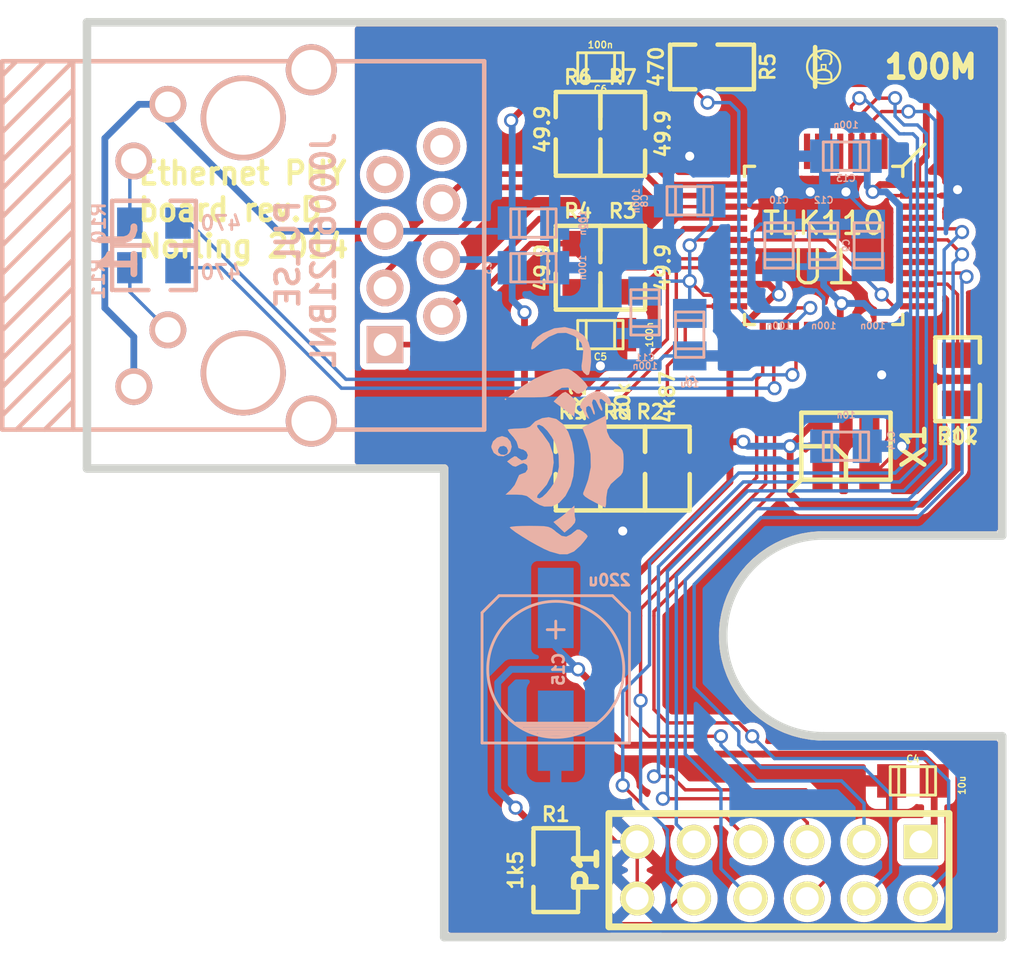
<source format=kicad_pcb>
(kicad_pcb (version 20221018) (generator pcbnew)
  (layers (0 "F.Cu" signal "Front") (31 "B.Cu" signal "Back") (34 "B.Paste" user) (35 "F.Paste" user) (36 "B.SilkS" user) (37 "F.SilkS" user) (38 "B.Mask" user) (39 "F.Mask" user) (44 "Edge.Cuts" user))
  (net 0 "")
  (net 1 "+3.3V")
  (net 2 "/ETH_CLK")
  (net 3 "/ETH_CRS")
  (net 4 "/ETH_MDC")
  (net 5 "/ETH_MDIO")
  (net 6 "/ETH_RxD0")
  (net 7 "/ETH_RxD1")
  (net 8 "/ETH_TX_EN")
  (net 9 "/ETH_TxD0")
  (net 10 "/ETH_TxD1")
  (net 11 "/LED1")
  (net 12 "/LED2")
  (net 13 "/LED3")
  (net 14 "/OSC")
  (net 15 "/PFB")
  (net 16 "/RD+")
  (net 17 "/RD-")
  (net 18 "/RMII_MODE")
  (net 19 "/TD+")
  (net 20 "/TD-")
  (net 21 "GND")
  (net 22 "N-0000029")
  (net 23 "N-0000031")
  (net 24 "N-0000034")
  (net 25 "N-0000037")
  (net 26 "N-0000038")
  (net 27 "N-0000039")
  (footprint "c_0805" (layer "F.Cu") (at 172 42 180)
    (fp_text reference "C5")
    (fp_text value "100n")
  )
  (footprint "c_0805" (layer "F.Cu") (at 172 30 180)
    (fp_text reference "C6")
    (fp_text value "100n")
  )
  (footprint "SM0805-jonas" (layer "F.Cu") (at 170 66 90)
    (fp_text reference "R1")
    (fp_text value "1k5")
  )
  (footprint "SM0805-jonas" (layer "F.Cu") (at 175 48 -90)
    (fp_text reference "R2")
    (fp_text value "4k87")
  )
  (footprint "SM0805-jonas" (layer "F.Cu") (at 173 39 90)
    (fp_text reference "R3")
    (fp_text value "49.9")
  )
  (footprint "SM0805-jonas" (layer "F.Cu") (at 171 39 -90)
    (fp_text reference "R4")
    (fp_text value "49.9")
  )
  (footprint "SM0805-jonas" (layer "F.Cu") (at 177 30)
    (fp_text reference "R5")
    (fp_text value "470")
  )
  (footprint "SM0805-jonas" (layer "F.Cu") (at 173 48 -90)
    (fp_text reference "R8")
    (fp_text value "20k")
  )
  (footprint "SM0805-jonas" (layer "F.Cu") (at 171 33 -90)
    (fp_text reference "R6")
    (fp_text value "49.9")
  )
  (footprint "SM0805-jonas" (layer "F.Cu") (at 173 33 90)
    (fp_text reference "R7")
    (fp_text value "49.9")
  )
  (footprint "oscillator-3.2x2.5" (layer "F.Cu") (at 183 47)
    (fp_text reference "X1")
    (fp_text value "ASEMB-50.000MHZ-LC-T" hide)
  )
  (footprint "QFP50P900X900-48M" (layer "F.Cu") (at 182 38 180)
    (fp_text reference "U1")
    (fp_text value "TLK110")
  )
  (footprint "SM0805-jonas" (layer "F.Cu") (at 188 44 -90)
    (fp_text reference "R12")
    (fp_text value "20k")
  )
  (footprint "LED-1206" (layer "F.Cu") (at 182 30 180)
    (fp_text reference "D3")
    (fp_text value "LED" hide)
  )
  (footprint "pin_array_6x2" (layer "F.Cu") (at 180 66 180)
    (fp_text reference "P1")
    (fp_text value "CONN_6X2" hide)
  )
  (footprint "c_0805" (layer "F.Cu") (at 186 62)
    (fp_text reference "C4")
    (fp_text value "10u")
  )
  (footprint "SM0805-jonas" (layer "F.Cu") (at 171 48 -90)
    (fp_text reference "R9")
    (fp_text value "2k2")
  )
  (footprint "c_0805" (layer "B.Cu") (at 169 37 180)
    (fp_text reference "C2")
    (fp_text value "100n")
  )
  (footprint "c_0805" (layer "B.Cu") (at 169 39 180)
    (fp_text reference "C3")
    (fp_text value "100n")
  )
  (footprint "c_0805" (layer "B.Cu") (at 176 42 90)
    (fp_text reference "C1")
    (fp_text value "10u")
  )
  (footprint "SM0805-jonas" (layer "B.Cu") (at 152 39 180)
    (fp_text reference "R11")
    (fp_text value "470")
  )
  (footprint "SM0805-jonas" (layer "B.Cu") (at 152 37 180)
    (fp_text reference "R10")
    (fp_text value "470")
  )
  (footprint "c_0805" (layer "B.Cu") (at 184 38 -90)
    (fp_text reference "C9")
    (fp_text value "100n")
  )
  (footprint "c_0805" (layer "B.Cu") (at 180 38 -90)
    (fp_text reference "C10")
    (fp_text value "100n")
  )
  (footprint "c_0805" (layer "B.Cu") (at 174 41 90)
    (fp_text reference "C11")
    (fp_text value "100n")
  )
  (footprint "c_0805" (layer "B.Cu") (at 182 38 -90)
    (fp_text reference "C12")
    (fp_text value "100n")
  )
  (footprint "c_0805" (layer "B.Cu") (at 183 34)
    (fp_text reference "C13")
    (fp_text value "100n")
  )
  (footprint "c_0805" (layer "B.Cu") (at 183 47 180)
    (fp_text reference "C14")
    (fp_text value "10n")
  )
  (footprint "c_0805" (layer "B.Cu") (at 176 36)
    (fp_text reference "C8")
    (fp_text value "100n")
  )
  (footprint "pulse-J0006D21BNL" (layer "B.Cu") (at 156 38 -90)
    (fp_text reference "J1")
    (fp_text value "PULSE-J0006" hide)
  )
  (footprint "c_elec_6.3x5.3" (layer "B.Cu") (at 170 57 90)
    (fp_text reference "C15")
    (fp_text value "220u")
  )
  (footprint "LOGO" (layer "B.Cu") (at 169.4 46.8 90)
    (fp_text reference "G***" hide)
    (fp_text value "LOGO" hide)
  )
  (gr_line (start 165 69) (end 190 69) (stroke (width 0.381)) (layer "Edge.Cuts"))
  (gr_line (start 182 51) (end 190 51) (stroke (width 0.381)) (layer "Edge.Cuts"))
  (gr_line (start 149 28) (end 149 48) (stroke (width 0.381)) (layer "Edge.Cuts"))
  (gr_line (start 182 60) (end 190 60) (stroke (width 0.381)) (layer "Edge.Cuts"))
  (gr_line (start 190 51) (end 190 28) (stroke (width 0.381)) (layer "Edge.Cuts"))
  (gr_line (start 165 69) (end 165 48) (stroke (width 0.381)) (layer "Edge.Cuts"))
  (gr_line (start 190 28) (end 149 28) (stroke (width 0.381)) (layer "Edge.Cuts"))
  (gr_arc (start 182 60) (mid 178.818019 58.681981) (end 177.5 55.5) (stroke (width 0.381)) (layer "Edge.Cuts"))
  (gr_line (start 149 48) (end 165 48) (stroke (width 0.381)) (layer "Edge.Cuts"))
  (gr_arc (start 177.5 55.5) (mid 178.818019 52.318019) (end 182 51) (stroke (width 0.381)) (layer "Edge.Cuts"))
  (gr_line (start 190 69) (end 190 60) (stroke (width 0.381)) (layer "Edge.Cuts"))
  (gr_text "PULSE" (at 158 38.4 90) (layer "B.SilkS") (effects (font (size 1.016 1.016) (thickness 0.2032)) (justify mirror)))
  (gr_text "J0006D21BNL" (at 159.6 38.2 90) (layer "B.SilkS") (effects (font (size 1.016 1.016) (thickness 0.2032)) (justify mirror)))
  (gr_text "100M" (at 186.8 30) (layer "F.SilkS") (effects (font (size 1.016 1.016) (thickness 0.254))))
  (gr_text "Ethernet PHY\nboard rev.D\nNorling 2014" (at 151.2 36.4) (layer "F.SilkS") (effects (font (size 1.016 0.9398) (thickness 0.2032)) (justify left)))
  (segment (start 186.9525 64.1275) (end 186.35 64.73) (width 0.3048) (layer "F.Cu") (net 1))
  (segment (start 182.74422 44.95708) (end 181.95098 45.75032) (width 0.3048) (layer "F.Cu") (net 1))
  (segment (start 181.74968 45.75032) (end 180.5 47) (width 0.3048) (layer "F.Cu") (net 1))
  (segment (start 186.9525 61.3525) (end 186.4 60.8) (width 0.3048) (layer "F.Cu") (net 1))
  (segment (start 186.4 60.8) (end 179.2795 60.8) (width 0.3048) (layer "F.Cu") (net 1))
  (segment (start 182.74422 40.65578) (end 182.8 40.6) (width 0.3048) (layer "F.Cu") (net 1))
  (segment (start 179.53736 39.73736) (end 180 40.2) (width 0.3048) (layer "F.Cu") (net 1))
  (segment (start 184.52796 35.27204) (end 184.2 35.6) (width 0.3048) (layer "F.Cu") (net 1))
  (segment (start 172.4 58.4) (end 171 57) (width 0.3048) (layer "F.Cu") (net 1))
  (segment (start 172.4 54) (end 177.8 48.6) (width 0.3048) (layer "F.Cu") (net 1))
  (segment (start 177.8 48.6) (end 177.8 48) (width 0.3048) (layer "F.Cu") (net 1))
  (segment (start 173 48.4) (end 173.4 48) (width 0.3048) (layer "F.Cu") (net 1))
  (segment (start 173.4 48) (end 177.8 48) (width 0.3048) (layer "F.Cu") (net 1))
  (segment (start 177.8 48) (end 177.8 46.8) (width 0.3048) (layer "F.Cu") (net 1))
  (segment (start 168.6 41) (end 168.6 43.2) (width 0.3048) (layer "F.Cu") (net 1))
  (segment (start 168.6 48) (end 169.6 49) (width 0.3048) (layer "F.Cu") (net 1))
  (segment (start 169.6 49) (end 170.9205 49) (width 0.3048) (layer "F.Cu") (net 1))
  (segment (start 170.9205 49) (end 171 49.0795) (width 0.3048) (layer "F.Cu") (net 1))
  (segment (start 171 41.9525) (end 171.0475 42) (width 0.3048) (layer "F.Cu") (net 1))
  (segment (start 169.8 42) (end 168.6 43.2) (width 0.3048) (layer "F.Cu") (net 1))
  (segment (start 168.6 43.2) (end 168.6 48) (width 0.3048) (layer "F.Cu") (net 1))
  (segment (start 168.4795 31.9205) (end 168 32.4) (width 0.3048) (layer "F.Cu") (net 1))
  (segment (start 177.8 46.8) (end 177.8 45.8) (width 0.3048) (layer "F.Cu") (net 1))
  (segment (start 177.8 42.2) (end 179.8 40.2) (width 0.3048) (layer "F.Cu") (net 1))
  (segment (start 179.8 40.2) (end 180 40.2) (width 0.3048) (layer "F.Cu") (net 1))
  (segment (start 171 30.0475) (end 171.0475 30) (width 0.3048) (layer "F.Cu") (net 1))
  (segment (start 185.6 30) (end 186.6 31) (width 0.3048) (layer "F.Cu") (net 1))
  (segment (start 186.6 31) (end 186.6 34) (width 0.3048) (layer "F.Cu") (net 1))
  (segment (start 186.6 34) (end 186.2164 34.3836) (width 0.3048) (layer "F.Cu") (net 1))
  (segment (start 186.2164 34.3836) (end 186.2164 35.27204) (width 0.3048) (layer "F.Cu") (net 1))
  (segment (start 177 60.8) (end 176.6 60.4) (width 0.3048) (layer "F.Cu") (net 1))
  (segment (start 176.6 60.4) (end 173.2 60.4) (width 0.3048) (layer "F.Cu") (net 1))
  (segment (start 172.4 59.8) (end 172.4 58.4) (width 0.3048) (layer "F.Cu") (net 1))
  (segment (start 173 60.4) (end 173.2 60.4) (width 0.3048) (layer "F.Cu") (net 1))
  (segment (start 168.2 63.2) (end 169.9205 64.9205) (width 0.3048) (layer "F.Cu") (net 1))
  (segment (start 169.9205 64.9205) (end 170 64.9205) (width 0.3048) (layer "F.Cu") (net 1))
  (segment (start 188 48) (end 186.4 49.6) (width 0.3048) (layer "F.Cu") (net 1))
  (segment (start 186.4 49.6) (end 181 49.6) (width 0.3048) (layer "F.Cu") (net 1))
  (segment (start 181 49.6) (end 180.5 49.1) (width 0.3048) (layer "F.Cu") (net 1))
  (segment (start 180.5 49.1) (end 180.5 47) (width 0.3048) (layer "F.Cu") (net 1))
  (segment (start 182.74422 42.49072) (end 182.74422 44.95708) (width 0.3048) (layer "F.Cu") (net 1))
  (segment (start 171.0475 42) (end 169.8 42) (width 0.3048) (layer "F.Cu") (net 1))
  (segment (start 186.2164 35.27204) (end 184.52796 35.27204) (width 0.3048) (layer "F.Cu") (net 1))
  (segment (start 186.9525 62) (end 186.9525 61.3525) (width 0.3048) (layer "F.Cu") (net 1))
  (segment (start 171 31.9205) (end 171 30.0475) (width 0.3048) (layer "F.Cu") (net 1))
  (segment (start 177.8 45.8) (end 177.8 42.2) (width 0.3048) (layer "F.Cu") (net 1))
  (segment (start 171 49.0795) (end 173 49.0795) (width 0.3048) (layer "F.Cu") (net 1))
  (segment (start 171 40.0795) (end 171 41.9525) (width 0.3048) (layer "F.Cu") (net 1))
  (segment (start 182.74422 42.2164) (end 182.74422 40.65578) (width 0.3048) (layer "F.Cu") (net 1))
  (segment (start 172.4 59.8) (end 173 60.4) (width 0.3048) (layer "F.Cu") (net 1))
  (segment (start 177.2 60.8) (end 177 60.8) (width 0.3048) (layer "F.Cu") (net 1))
  (segment (start 188 45.0795) (end 188 48) (width 0.3048) (layer "F.Cu") (net 1))
  (segment (start 177.7836 39.73736) (end 179.53736 39.73736) (width 0.3048) (layer "F.Cu") (net 1))
  (segment (start 173 31.9205) (end 171 31.9205) (width 0.3048) (layer "F.Cu") (net 1))
  (segment (start 173 49.0795) (end 173 48.4) (width 0.3048) (layer "F.Cu") (net 1))
  (segment (start 171 31.9205) (end 168.4795 31.9205) (width 0.3048) (layer "F.Cu") (net 1))
  (segment (start 179.2795 60.8) (end 178.6 60.8) (width 0.3048) (layer "F.Cu") (net 1))
  (segment (start 181.95098 45.75032) (end 181.74968 45.75032) (width 0.3048) (layer "F.Cu") (net 1))
  (segment (start 183.41986 30) (end 185.6 30) (width 0.3048) (layer "F.Cu") (net 1))
  (segment (start 186.9525 62) (end 186.9525 64.1275) (width 0.3048) (layer "F.Cu") (net 1))
  (segment (start 172.4 58.4) (end 172.4 54) (width 0.3048) (layer "F.Cu") (net 1))
  (segment (start 177.8 46.8) (end 178.4 46.8) (width 0.3048) (layer "F.Cu") (net 1))
  (segment (start 178.6 60.8) (end 177.2 60.8) (width 0.3048) (layer "F.Cu") (net 1))
  (segment (start 173 40.0795) (end 171 40.0795) (width 0.3048) (layer "F.Cu") (net 1))
  (via (at 171 57) (size 0.635) (drill 0.4064) (layers "F.Cu" "B.Cu") (net 1))
  (via (at 168.6 41) (size 0.635) (drill 0.4064) (layers "F.Cu" "B.Cu") (net 1))
  (via (at 168 32.4) (size 0.635) (drill 0.4064) (layers "F.Cu" "B.Cu") (net 1))
  (via (at 168.2 63.2) (size 0.635) (drill 0.4064) (layers "F.Cu" "B.Cu") (net 1))
  (via (at 184.2 35.6) (size 0.635) (drill 0.4064) (layers "F.Cu" "B.Cu") (net 1))
  (via (at 182.8 40.6) (size 0.635) (drill 0.4064) (layers "F.Cu" "B.Cu") (net 1))
  (via (at 180 40.2) (size 0.635) (drill 0.4064) (layers "F.Cu" "B.Cu") (net 1))
  (via (at 178.4 46.8) (size 0.635) (drill 0.4064) (layers "F.Cu" "B.Cu") (net 1))
  (via (at 180.5 47) (size 0.635) (drill 0.4064) (layers "F.Cu" "B.Cu") (net 1))
  (segment (start 167.6825 37.365) (end 168.0475 37) (width 0.3048) (layer "B.Cu") (net 1))
  (segment (start 167.6825 38.635) (end 168.0475 39) (width 0.3048) (layer "B.Cu") (net 1))
  (segment (start 180.5 47) (end 182.0475 47) (width 0.3048) (layer "B.Cu") (net 1))
  (segment (start 182.8 40.6) (end 182 39.8) (width 0.3048) (layer "B.Cu") (net 1))
  (segment (start 182 39.8) (end 182 38.9525) (width 0.3048) (layer "B.Cu") (net 1))
  (segment (start 180 40.2) (end 180 38.9525) (width 0.3048) (layer "B.Cu") (net 1))
  (segment (start 184.2 35.6) (end 183.9525 35.3525) (width 0.3048) (layer "B.Cu") (net 1))
  (segment (start 183.9525 35.3525) (end 183.9525 34) (width 0.3048) (layer "B.Cu") (net 1))
  (segment (start 152.6218 32.4218) (end 157.565 37.365) (width 0.3048) (layer "B.Cu") (net 1))
  (segment (start 157.565 37.365) (end 162.35 37.365) (width 0.3048) (layer "B.Cu") (net 1))
  (segment (start 151.0978 42.0978) (end 149.8 40.8) (width 0.3048) (layer "B.Cu") (net 1))
  (segment (start 149.8 40.8) (end 149.8 33.2) (width 0.3048) (layer "B.Cu") (net 1))
  (segment (start 149.8 33.2) (end 151.3246 31.6754) (width 0.3048) (layer "B.Cu") (net 1))
  (segment (start 151.3246 31.6754) (end 152.6218 31.6754) (width 0.3048) (layer "B.Cu") (net 1))
  (segment (start 168.0475 40.4475) (end 168.6 41) (width 0.3048) (layer "B.Cu") (net 1))
  (segment (start 168 32.4) (end 168.0475 32.4475) (width 0.3048) (layer "B.Cu") (net 1))
  (segment (start 168.0475 32.4475) (end 168.0475 37) (width 0.3048) (layer "B.Cu") (net 1))
  (segment (start 178.4 46.8) (end 178.6 47) (width 0.3048) (layer "B.Cu") (net 1))
  (segment (start 178.6 47) (end 180.5 47) (width 0.3048) (layer "B.Cu") (net 1))
  (segment (start 183.8 40.6) (end 184.2 41) (width 0.3048) (layer "B.Cu") (net 1))
  (segment (start 184.2 41) (end 185 41) (width 0.3048) (layer "B.Cu") (net 1))
  (segment (start 185 41) (end 185.4 40.6) (width 0.3048) (layer "B.Cu") (net 1))
  (segment (start 185.4 40.6) (end 185.4 36.2) (width 0.3048) (layer "B.Cu") (net 1))
  (segment (start 185.4 36.2) (end 184.8 35.6) (width 0.3048) (layer "B.Cu") (net 1))
  (segment (start 184.8 35.6) (end 184.2 35.6) (width 0.3048) (layer "B.Cu") (net 1))
  (segment (start 168 57) (end 167.4 57.6) (width 0.3048) (layer "B.Cu") (net 1))
  (segment (start 167.4 57.6) (end 167.4 62.2) (width 0.3048) (layer "B.Cu") (net 1))
  (segment (start 167.4 62.4) (end 168.2 63.2) (width 0.3048) (layer "B.Cu") (net 1))
  (segment (start 170 56) (end 171 57) (width 0.3048) (layer "B.Cu") (net 1))
  (segment (start 167.4 62.2) (end 167.4 62.4) (width 0.3048) (layer "B.Cu") (net 1))
  (segment (start 168.0475 39) (end 168.0475 40.4475) (width 0.3048) (layer "B.Cu") (net 1))
  (segment (start 182.8 40.6) (end 183.8 40.6) (width 0.3048) (layer "B.Cu") (net 1))
  (segment (start 152.6218 31.6754) (end 152.6218 32.4218) (width 0.3048) (layer "B.Cu") (net 1))
  (segment (start 171 57) (end 168 57) (width 0.3048) (layer "B.Cu") (net 1))
  (segment (start 164.89 38.635) (end 167.6825 38.635) (width 0.3048) (layer "B.Cu") (net 1))
  (segment (start 162.35 37.365) (end 167.6825 37.365) (width 0.3048) (layer "B.Cu") (net 1))
  (segment (start 180 38.9525) (end 182 38.9525) (width 0.3048) (layer "B.Cu") (net 1))
  (segment (start 170 54.24918) (end 170 56) (width 0.3048) (layer "B.Cu") (net 1))
  (segment (start 168.0475 37) (end 168.0475 39) (width 0.3048) (layer "B.Cu") (net 1))
  (segment (start 151.0978 44.3246) (end 151.0978 42.0978) (width 0.3048) (layer "B.Cu") (net 1))
  (segment (start 179.27204 43.72796) (end 179 44) (width 0.1524) (layer "F.Cu") (net 2))
  (segment (start 179 44) (end 179 48.4) (width 0.1524) (layer "F.Cu") (net 2))
  (segment (start 173.2 57.8) (end 173.2 59) (width 0.1524) (layer "F.Cu") (net 2))
  (segment (start 173.2 59) (end 174.2 60) (width 0.1524) (layer "F.Cu") (net 2))
  (segment (start 174.2 60) (end 177.4 60) (width 0.1524) (layer "F.Cu") (net 2))
  (segment (start 173.2 54.2) (end 179 48.4) (width 0.1524) (layer "F.Cu") (net 2))
  (segment (start 173.2 54.6) (end 173.2 54.2) (width 0.1524) (layer "F.Cu") (net 2))
  (segment (start 173.2 57.8) (end 173.2 54.6) (width 0.1524) (layer "F.Cu") (net 2))
  (segment (start 179.27204 42.2164) (end 179.27204 43.72796) (width 0.1524) (layer "F.Cu") (net 2))
  (via (at 177.4 60) (size 0.635) (drill 0.4064) (layers "F.Cu" "B.Cu") (net 2))
  (segment (start 177.4 60) (end 177.4 60.4) (width 0.1524) (layer "B.Cu") (net 2))
  (segment (start 177.4 60.4) (end 179 62) (width 0.1524) (layer "B.Cu") (net 2))
  (segment (start 179 62) (end 182.8 62) (width 0.1524) (layer "B.Cu") (net 2))
  (segment (start 182.8 62) (end 183.81 63.01) (width 0.1524) (layer "B.Cu") (net 2))
  (segment (start 183.81 63.01) (end 183.81 64.73) (width 0.1524) (layer "B.Cu") (net 2))
  (segment (start 188.23952 39.23952) (end 188.4 39.4) (width 0.1524) (layer "F.Cu") (net 3))
  (segment (start 186.2164 39.23952) (end 188.23952 39.23952) (width 0.1524) (layer "F.Cu") (net 3))
  (via (at 188.4 39.4) (size 0.635) (drill 0.4064) (layers "F.Cu" "B.Cu") (net 3))
  (segment (start 188.4 39.4) (end 188.2 39.6) (width 0.1524) (layer "B.Cu") (net 3))
  (segment (start 188.2 39.6) (end 188.2 42.8) (width 0.1524) (layer "B.Cu") (net 3))
  (segment (start 188.2 48.2) (end 186.2 50.2) (width 0.1524) (layer "B.Cu") (net 3))
  (segment (start 186.2 50.2) (end 180.8 50.2) (width 0.1524) (layer "B.Cu") (net 3))
  (segment (start 179.2 50.2) (end 176.2 53.2) (width 0.1524) (layer "B.Cu") (net 3))
  (segment (start 176.2 53.2) (end 176.2 57.2) (width 0.1524) (layer "B.Cu") (net 3))
  (segment (start 176.2 57.8) (end 178.2 59.8) (width 0.1524) (layer "B.Cu") (net 3))
  (segment (start 178.2 59.8) (end 178.2 60.4) (width 0.1524) (layer "B.Cu") (net 3))
  (segment (start 178.2 60.4) (end 179.2 61.4) (width 0.1524) (layer "B.Cu") (net 3))
  (segment (start 179.2 61.4) (end 183.8 61.4) (width 0.1524) (layer "B.Cu") (net 3))
  (segment (start 183.8 61.4) (end 185 62.6) (width 0.1524) (layer "B.Cu") (net 3))
  (segment (start 185 62.6) (end 185 66.08) (width 0.1524) (layer "B.Cu") (net 3))
  (segment (start 185 66.08) (end 183.81 67.27) (width 0.1524) (layer "B.Cu") (net 3))
  (segment (start 180.8 50.2) (end 179.2 50.2) (width 0.1524) (layer "B.Cu") (net 3))
  (segment (start 188.2 42.8) (end 188.2 48.2) (width 0.1524) (layer "B.Cu") (net 3))
  (segment (start 176.2 57.2) (end 176.2 57.8) (width 0.1524) (layer "B.Cu") (net 3))
  (segment (start 182.24892 43.75108) (end 179.8 46.2) (width 0.1524) (layer "F.Cu") (net 4))
  (segment (start 179.8 46.2) (end 179.8 48.4) (width 0.1524) (layer "F.Cu") (net 4))
  (segment (start 174.4 54.6) (end 174.4 58.8) (width 0.1524) (layer "F.Cu") (net 4))
  (segment (start 174.4 58.8) (end 175 59.4) (width 0.1524) (layer "F.Cu") (net 4))
  (segment (start 175 59.4) (end 178.2 59.4) (width 0.1524) (layer "F.Cu") (net 4))
  (segment (start 178.2 59.4) (end 178.8 60) (width 0.1524) (layer "F.Cu") (net 4))
  (segment (start 174.4 54.4) (end 179.8 49) (width 0.1524) (layer "F.Cu") (net 4))
  (segment (start 174.4 54.6) (end 174.4 54.4) (width 0.1524) (layer "F.Cu") (net 4))
  (segment (start 182.24892 42.2164) (end 182.24892 43.75108) (width 0.1524) (layer "F.Cu") (net 4))
  (segment (start 179.8 48.4) (end 179.8 49) (width 0.1524) (layer "F.Cu") (net 4))
  (via (at 178.8 60) (size 0.635) (drill 0.4064) (layers "F.Cu" "B.Cu") (net 4))
  (segment (start 178.8 60) (end 179.8 61) (width 0.1524) (layer "B.Cu") (net 4))
  (segment (start 179.8 61) (end 186.6 61) (width 0.1524) (layer "B.Cu") (net 4))
  (segment (start 186.6 61) (end 187.6 62) (width 0.1524) (layer "B.Cu") (net 4))
  (segment (start 187.6 62) (end 187.6 66.02) (width 0.1524) (layer "B.Cu") (net 4))
  (segment (start 186.35 67.27) (end 187.6 66.02) (width 0.1524) (layer "B.Cu") (net 4))
  (segment (start 181.75108 43.64892) (end 179.4 46) (width 0.1524) (layer "F.Cu") (net 5))
  (segment (start 179.4 46) (end 179.4 48.4) (width 0.1524) (layer "F.Cu") (net 5))
  (segment (start 171.4795 67.0795) (end 172.8 68.4) (width 0.1524) (layer "F.Cu") (net 5))
  (segment (start 172.8 68.4) (end 174.4 68.4) (width 0.1524) (layer "F.Cu") (net 5))
  (segment (start 174.4 68.4) (end 175.53 67.27) (width 0.1524) (layer "F.Cu") (net 5))
  (segment (start 175.53 67.27) (end 176.19 67.27) (width 0.1524) (layer "F.Cu") (net 5))
  (segment (start 173.8 54.295198) (end 179.4 48.695198) (width 0.1524) (layer "F.Cu") (net 5))
  (segment (start 170 67.0795) (end 171.4795 67.0795) (width 0.1524) (layer "F.Cu") (net 5))
  (segment (start 173.8 58.4) (end 173.8 54.6) (width 0.1524) (layer "F.Cu") (net 5))
  (segment (start 173.8 54.6) (end 173.8 54.295198) (width 0.1524) (layer "F.Cu") (net 5))
  (segment (start 181.75108 42.2164) (end 181.75108 43.64892) (width 0.1524) (layer "F.Cu") (net 5))
  (segment (start 179.4 48.4) (end 179.4 48.695198) (width 0.1524) (layer "F.Cu") (net 5))
  (via (at 173.8 58.4) (size 0.635) (drill 0.4064) (layers "F.Cu" "B.Cu") (net 5))
  (segment (start 174.2 63.4) (end 175 64.2) (width 0.1524) (layer "B.Cu") (net 5))
  (segment (start 175 64.2) (end 175 66.08) (width 0.1524) (layer "B.Cu") (net 5))
  (segment (start 175 66.08) (end 176.19 67.27) (width 0.1524) (layer "B.Cu") (net 5))
  (segment (start 173.8 63) (end 174.2 63.4) (width 0.1524) (layer "B.Cu") (net 5))
  (segment (start 173.8 58.4) (end 173.8 63) (width 0.1524) (layer "B.Cu") (net 5))
  (segment (start 187.55108 37.75108) (end 188.2 38.4) (width 0.1524) (layer "F.Cu") (net 6))
  (segment (start 186.49072 37.75108) (end 187.55108 37.75108) (width 0.1524) (layer "F.Cu") (net 6))
  (via (at 188.2 38.4) (size 0.635) (drill 0.4064) (layers "F.Cu" "B.Cu") (net 6))
  (segment (start 187.8 38.8) (end 187.8 42.8) (width 0.1524) (layer "B.Cu") (net 6))
  (segment (start 187.8 48) (end 186 49.8) (width 0.1524) (layer "B.Cu") (net 6))
  (segment (start 186 49.8) (end 180.6 49.8) (width 0.1524) (layer "B.Cu") (net 6))
  (segment (start 179 49.8) (end 175.8 53) (width 0.1524) (layer "B.Cu") (net 6))
  (segment (start 175.8 53) (end 175.8 57) (width 0.1524) (layer "B.Cu") (net 6))
  (segment (start 175.8 60.8) (end 177.4 62.4) (width 0.1524) (layer "B.Cu") (net 6))
  (segment (start 177.4 62.4) (end 177.4 65.94) (width 0.1524) (layer "B.Cu") (net 6))
  (segment (start 177.4 65.94) (end 178.73 67.27) (width 0.1524) (layer "B.Cu") (net 6))
  (segment (start 187.8 42.8) (end 187.8 48) (width 0.1524) (layer "B.Cu") (net 6))
  (segment (start 175.8 57) (end 175.8 60.8) (width 0.1524) (layer "B.Cu") (net 6))
  (segment (start 180.6 49.8) (end 179 49.8) (width 0.1524) (layer "B.Cu") (net 6))
  (segment (start 188.2 38.4) (end 187.8 38.8) (width 0.1524) (layer "B.Cu") (net 6))
  (segment (start 188.05578 37.25578) (end 188.2 37.4) (width 0.1524) (layer "F.Cu") (net 7))
  (segment (start 186.49072 37.25578) (end 188.05578 37.25578) (width 0.1524) (layer "F.Cu") (net 7))
  (via (at 188.2 37.4) (size 0.635) (drill 0.4064) (layers "F.Cu" "B.Cu") (net 7))
  (segment (start 187.4 38.2) (end 187.4 42.8) (width 0.1524) (layer "B.Cu") (net 7))
  (segment (start 187.4 47.8) (end 185.8 49.4) (width 0.1524) (layer "B.Cu") (net 7))
  (segment (start 185.8 49.4) (end 181 49.4) (width 0.1524) (layer "B.Cu") (net 7))
  (segment (start 178.8 49.4) (end 175.4 52.8) (width 0.1524) (layer "B.Cu") (net 7))
  (segment (start 175.4 52.8) (end 175.4 56.6) (width 0.1524) (layer "B.Cu") (net 7))
  (segment (start 175.4 63.94) (end 176.19 64.73) (width 0.1524) (layer "B.Cu") (net 7))
  (segment (start 175.4 56.6) (end 175.4 63.94) (width 0.1524) (layer "B.Cu") (net 7))
  (segment (start 181 49.4) (end 178.8 49.4) (width 0.1524) (layer "B.Cu") (net 7))
  (segment (start 187.4 42.8) (end 187.4 47.8) (width 0.1524) (layer "B.Cu") (net 7))
  (segment (start 188.2 37.4) (end 187.4 38.2) (width 0.1524) (layer "B.Cu") (net 7))
  (segment (start 184.23266 32.36734) (end 184.6 32) (width 0.1524) (layer "F.Cu") (net 8))
  (segment (start 184.6 32) (end 185.8 32) (width 0.1524) (layer "F.Cu") (net 8))
  (segment (start 174.8 62.8) (end 180.2 62.8) (width 0.1524) (layer "F.Cu") (net 8))
  (segment (start 180.2 62.8) (end 181.27 63.87) (width 0.1524) (layer "F.Cu") (net 8))
  (segment (start 181.27 63.87) (end 181.27 64.73) (width 0.1524) (layer "F.Cu") (net 8))
  (segment (start 184.23266 33.50928) (end 184.23266 32.36734) (width 0.1524) (layer "F.Cu") (net 8))
  (via (at 185.8 32) (size 0.635) (drill 0.4064) (layers "F.Cu" "B.Cu") (net 8))
  (via (at 174.8 62.8) (size 0.635) (drill 0.4064) (layers "F.Cu" "B.Cu") (net 8))
  (segment (start 187 47.6) (end 185.6 49) (width 0.1524) (layer "B.Cu") (net 8))
  (segment (start 185.6 49) (end 180.6 49) (width 0.1524) (layer "B.Cu") (net 8))
  (segment (start 178.6 49) (end 175 52.6) (width 0.1524) (layer "B.Cu") (net 8))
  (segment (start 175 52.6) (end 175 55.6) (width 0.1524) (layer "B.Cu") (net 8))
  (segment (start 187 32.4) (end 186.6 32) (width 0.1524) (layer "B.Cu") (net 8))
  (segment (start 186.6 32) (end 185.8 32) (width 0.1524) (layer "B.Cu") (net 8))
  (segment (start 175 62.6) (end 174.8 62.8) (width 0.1524) (layer "B.Cu") (net 8))
  (segment (start 187 33.2) (end 187 41.6) (width 0.1524) (layer "B.Cu") (net 8))
  (segment (start 180.6 49) (end 178.6 49) (width 0.1524) (layer "B.Cu") (net 8))
  (segment (start 187 33.2) (end 187 32.4) (width 0.1524) (layer "B.Cu") (net 8))
  (segment (start 187 41.6) (end 187 47.6) (width 0.1524) (layer "B.Cu") (net 8))
  (segment (start 175 55.6) (end 175 62.6) (width 0.1524) (layer "B.Cu") (net 8))
  (segment (start 183.73736 32.06264) (end 184.4 31.4) (width 0.1524) (layer "F.Cu") (net 9))
  (segment (start 184.4 31.4) (end 185.2 31.4) (width 0.1524) (layer "F.Cu") (net 9))
  (segment (start 174.4 61.8) (end 175.2 61.8) (width 0.1524) (layer "F.Cu") (net 9))
  (segment (start 175.2 61.8) (end 175.8 62.4) (width 0.1524) (layer "F.Cu") (net 9))
  (segment (start 175.8 62.4) (end 181.2 62.4) (width 0.1524) (layer "F.Cu") (net 9))
  (segment (start 181.2 62.4) (end 182.6 63.8) (width 0.1524) (layer "F.Cu") (net 9))
  (segment (start 182.6 63.8) (end 182.6 65.94) (width 0.1524) (layer "F.Cu") (net 9))
  (segment (start 182.6 65.94) (end 181.27 67.27) (width 0.1524) (layer "F.Cu") (net 9))
  (segment (start 183.73736 33.50928) (end 183.73736 32.06264) (width 0.1524) (layer "F.Cu") (net 9))
  (via (at 185.2 31.4) (size 0.635) (drill 0.4064) (layers "F.Cu" "B.Cu") (net 9))
  (via (at 174.4 61.8) (size 0.635) (drill 0.4064) (layers "F.Cu" "B.Cu") (net 9))
  (segment (start 185.2 32.2) (end 185.6 32.6) (width 0.1524) (layer "B.Cu") (net 9))
  (segment (start 186.6 47.4) (end 185.4 48.6) (width 0.1524) (layer "B.Cu") (net 9))
  (segment (start 185.4 48.6) (end 180.6 48.6) (width 0.1524) (layer "B.Cu") (net 9))
  (segment (start 178.4 48.6) (end 174.6 52.4) (width 0.1524) (layer "B.Cu") (net 9))
  (segment (start 174.6 52.4) (end 174.6 55) (width 0.1524) (layer "B.Cu") (net 9))
  (segment (start 186.6 33) (end 186.2 32.6) (width 0.1524) (layer "B.Cu") (net 9))
  (segment (start 186.2 32.6) (end 185.6 32.6) (width 0.1524) (layer "B.Cu") (net 9))
  (segment (start 174.6 61.6) (end 174.4 61.8) (width 0.1524) (layer "B.Cu") (net 9))
  (segment (start 180.6 48.6) (end 178.4 48.6) (width 0.1524) (layer "B.Cu") (net 9))
  (segment (start 186.6 42.6) (end 186.6 47.4) (width 0.1524) (layer "B.Cu") (net 9))
  (segment (start 186.6 33.6) (end 186.6 42.6) (width 0.1524) (layer "B.Cu") (net 9))
  (segment (start 185.2 31.4) (end 185.2 32.2) (width 0.1524) (layer "B.Cu") (net 9))
  (segment (start 174.6 55) (end 174.6 61.6) (width 0.1524) (layer "B.Cu") (net 9))
  (segment (start 186.6 33.6) (end 186.6 33) (width 0.1524) (layer "B.Cu") (net 9))
  (segment (start 183.23952 31.76048) (end 183.6 31.4) (width 0.1524) (layer "F.Cu") (net 10))
  (segment (start 173 62.2) (end 174.4 63.6) (width 0.1524) (layer "F.Cu") (net 10))
  (segment (start 174.4 63.6) (end 177.6 63.6) (width 0.1524) (layer "F.Cu") (net 10))
  (segment (start 177.6 63.6) (end 178.73 64.73) (width 0.1524) (layer "F.Cu") (net 10))
  (segment (start 183.23952 33.50928) (end 183.23952 31.76048) (width 0.1524) (layer "F.Cu") (net 10))
  (via (at 173 62.2) (size 0.635) (drill 0.4064) (layers "F.Cu" "B.Cu") (net 10))
  (via (at 183.6 31.4) (size 0.635) (drill 0.4064) (layers "F.Cu" "B.Cu") (net 10))
  (segment (start 186.2 34) (end 186.2 42.6) (width 0.1524) (layer "B.Cu") (net 10))
  (segment (start 186.2 47.2) (end 185.2 48.2) (width 0.1524) (layer "B.Cu") (net 10))
  (segment (start 185.2 48.2) (end 180.2 48.2) (width 0.1524) (layer "B.Cu") (net 10))
  (segment (start 178.2 48.2) (end 174.2 52.2) (width 0.1524) (layer "B.Cu") (net 10))
  (segment (start 174.2 52.2) (end 174.2 54) (width 0.1524) (layer "B.Cu") (net 10))
  (segment (start 186.2 33.2) (end 186 33) (width 0.1524) (layer "B.Cu") (net 10))
  (segment (start 186 33) (end 185.6 33) (width 0.1524) (layer "B.Cu") (net 10))
  (segment (start 185.4 33) (end 183.8 31.4) (width 0.1524) (layer "B.Cu") (net 10))
  (segment (start 183.8 31.4) (end 183.6 31.4) (width 0.1524) (layer "B.Cu") (net 10))
  (segment (start 174.2 56.8) (end 173 58) (width 0.1524) (layer "B.Cu") (net 10))
  (segment (start 173 58) (end 173 62.2) (width 0.1524) (layer "B.Cu") (net 10))
  (segment (start 185.6 33) (end 185.4 33) (width 0.1524) (layer "B.Cu") (net 10))
  (segment (start 186.2 42.6) (end 186.2 47.2) (width 0.1524) (layer "B.Cu") (net 10))
  (segment (start 180.2 48.2) (end 178.2 48.2) (width 0.1524) (layer "B.Cu") (net 10))
  (segment (start 186.2 34) (end 186.2 33.2) (width 0.1524) (layer "B.Cu") (net 10))
  (segment (start 174.2 54) (end 174.2 56.8) (width 0.1524) (layer "B.Cu") (net 10))
  (segment (start 150.9205 34.3927) (end 151.0978 34.2154) (width 0.1524) (layer "B.Cu") (net 11))
  (segment (start 150.9205 37) (end 150.9205 34.3927) (width 0.1524) (layer "B.Cu") (net 11))
  (segment (start 150.9205 40.0833) (end 152.6218 41.7846) (width 0.1524) (layer "B.Cu") (net 12))
  (segment (start 150.9205 39) (end 150.9205 40.0833) (width 0.1524) (layer "B.Cu") (net 12))
  (segment (start 178.0795 30) (end 180.58014 30) (width 0.1524) (layer "F.Cu") (net 13))
  (segment (start 183.73736 45.43866) (end 184.04902 45.75032) (width 0.1524) (layer "F.Cu") (net 14))
  (segment (start 183.73736 42.49072) (end 183.73736 45.43866) (width 0.1524) (layer "F.Cu") (net 14))
  (segment (start 176.24892 37.75108) (end 176 38) (width 0.1524) (layer "F.Cu") (net 15))
  (segment (start 176.63266 40.23266) (end 176 39.6) (width 0.1524) (layer "F.Cu") (net 15))
  (segment (start 185.12796 40.72796) (end 184.6 40.2) (width 0.1524) (layer "F.Cu") (net 15))
  (segment (start 182.15108 37.75108) (end 184.6 40.2) (width 0.1524) (layer "F.Cu") (net 15))
  (segment (start 177.7836 40.23266) (end 176.63266 40.23266) (width 0.1524) (layer "F.Cu") (net 15))
  (segment (start 177.7836 37.75108) (end 182.15108 37.75108) (width 0.1524) (layer "F.Cu") (net 15))
  (segment (start 186.2164 40.72796) (end 185.12796 40.72796) (width 0.1524) (layer "F.Cu") (net 15))
  (segment (start 177.7836 37.75108) (end 176.24892 37.75108) (width 0.1524) (layer "F.Cu") (net 15))
  (via (at 176 39.6) (size 0.635) (drill 0.4064) (layers "F.Cu" "B.Cu") (net 15))
  (via (at 176 38) (size 0.635) (drill 0.4064) (layers "F.Cu" "B.Cu") (net 15))
  (via (at 184.6 40.2) (size 0.635) (drill 0.4064) (layers "F.Cu" "B.Cu") (net 15))
  (segment (start 176 38) (end 176.9525 37.0475) (width 0.1524) (layer "B.Cu") (net 15))
  (segment (start 176.9525 37.0475) (end 176.9525 36) (width 0.1524) (layer "B.Cu") (net 15))
  (segment (start 176 39.6) (end 176 41.0475) (width 0.1524) (layer "B.Cu") (net 15))
  (segment (start 174.4475 39.6) (end 174 40.0475) (width 0.1524) (layer "B.Cu") (net 15))
  (segment (start 184.6 40.2) (end 184 39.6) (width 0.1524) (layer "B.Cu") (net 15))
  (segment (start 184 39.6) (end 184 38.9525) (width 0.1524) (layer "B.Cu") (net 15))
  (segment (start 176 39.6) (end 176 38) (width 0.1524) (layer "B.Cu") (net 15))
  (segment (start 176 39.6) (end 174.4475 39.6) (width 0.1524) (layer "B.Cu") (net 15))
  (segment (start 174.96734 35.76734) (end 173.2795 34.0795) (width 0.254) (layer "F.Cu") (net 16))
  (segment (start 173.2795 34.0795) (end 173 34.0795) (width 0.254) (layer "F.Cu") (net 16))
  (segment (start 172.9205 34.0795) (end 171.8 35.2) (width 0.254) (layer "F.Cu") (net 16))
  (segment (start 165.6 37.4) (end 164.2 37.4) (width 0.254) (layer "F.Cu") (net 16))
  (segment (start 164.2 37.4) (end 162.35 39.25) (width 0.254) (layer "F.Cu") (net 16))
  (segment (start 162.35 39.25) (end 162.35 39.905) (width 0.254) (layer "F.Cu") (net 16))
  (segment (start 166.4 36.6) (end 165.6 37.4) (width 0.254) (layer "F.Cu") (net 16))
  (segment (start 167.2 35.4) (end 171.6 35.4) (width 0.254) (layer "F.Cu") (net 16))
  (segment (start 171.6 35.4) (end 171.8 35.2) (width 0.254) (layer "F.Cu") (net 16))
  (segment (start 166.4 36) (end 167 35.4) (width 0.254) (layer "F.Cu") (net 16))
  (segment (start 167 35.4) (end 167.2 35.4) (width 0.254) (layer "F.Cu") (net 16))
  (segment (start 166.4 36.6) (end 166.4 36.2) (width 0.254) (layer "F.Cu") (net 16))
  (segment (start 166.4 36.2) (end 166.4 36) (width 0.254) (layer "F.Cu") (net 16))
  (segment (start 173 34.0795) (end 172.9205 34.0795) (width 0.254) (layer "F.Cu") (net 16))
  (segment (start 177.7836 35.76734) (end 174.96734 35.76734) (width 0.254) (layer "F.Cu") (net 16))
  (segment (start 175.27204 35.27204) (end 174.4 34.4) (width 0.254) (layer "F.Cu") (net 17))
  (segment (start 174.4 34.4) (end 174.4 33.4) (width 0.254) (layer "F.Cu") (net 17))
  (segment (start 174.4 33.4) (end 174 33) (width 0.254) (layer "F.Cu") (net 17))
  (segment (start 174 33) (end 171.2 33) (width 0.254) (layer "F.Cu") (net 17))
  (segment (start 171.2 33) (end 171 33.2) (width 0.254) (layer "F.Cu") (net 17))
  (segment (start 171 33.2) (end 171 34.0795) (width 0.254) (layer "F.Cu") (net 17))
  (segment (start 165.585 35.4) (end 164.89 36.095) (width 0.254) (layer "F.Cu") (net 17))
  (segment (start 165.6 35.4) (end 166.2 34.8) (width 0.254) (layer "F.Cu") (net 17))
  (segment (start 166.2 34.8) (end 170.2795 34.8) (width 0.254) (layer "F.Cu") (net 17))
  (segment (start 170.2795 34.8) (end 171 34.0795) (width 0.254) (layer "F.Cu") (net 17))
  (segment (start 177.7836 35.27204) (end 175.27204 35.27204) (width 0.254) (layer "F.Cu") (net 17))
  (segment (start 165.585 35.4) (end 165.6 35.4) (width 0.254) (layer "F.Cu") (net 17))
  (segment (start 187.53736 39.73736) (end 188 40.2) (width 0.1524) (layer "F.Cu") (net 18))
  (segment (start 188 40.2) (end 188 42.9205) (width 0.1524) (layer "F.Cu") (net 18))
  (segment (start 186.49072 39.73736) (end 187.53736 39.73736) (width 0.1524) (layer "F.Cu") (net 18))
  (segment (start 175.74422 37.25578) (end 174 39) (width 0.254) (layer "F.Cu") (net 19))
  (segment (start 174 39) (end 171.6 39) (width 0.254) (layer "F.Cu") (net 19))
  (segment (start 171.6 39) (end 171 38.4) (width 0.254) (layer "F.Cu") (net 19))
  (segment (start 171 38.4) (end 171 37.9205) (width 0.254) (layer "F.Cu") (net 19))
  (segment (start 168.8795 37.9205) (end 166.4 40.4) (width 0.254) (layer "F.Cu") (net 19))
  (segment (start 166.4 40.4) (end 166.4 41.8) (width 0.254) (layer "F.Cu") (net 19))
  (segment (start 166.4 41.8) (end 165.755 42.445) (width 0.254) (layer "F.Cu") (net 19))
  (segment (start 165.755 42.445) (end 162.35 42.445) (width 0.254) (layer "F.Cu") (net 19))
  (segment (start 171 37.9205) (end 168.8795 37.9205) (width 0.254) (layer "F.Cu") (net 19))
  (segment (start 177.7836 37.25578) (end 175.74422 37.25578) (width 0.254) (layer "F.Cu") (net 19))
  (segment (start 175.43952 36.76048) (end 174.2795 37.9205) (width 0.254) (layer "F.Cu") (net 20))
  (segment (start 174.2795 37.9205) (end 173 37.9205) (width 0.254) (layer "F.Cu") (net 20))
  (segment (start 173 37.6) (end 172.2 36.8) (width 0.254) (layer "F.Cu") (net 20))
  (segment (start 172.2 36.8) (end 169.265 36.8) (width 0.254) (layer "F.Cu") (net 20))
  (segment (start 169.265 36.8) (end 164.89 41.175) (width 0.254) (layer "F.Cu") (net 20))
  (segment (start 177.7836 36.76048) (end 175.43952 36.76048) (width 0.254) (layer "F.Cu") (net 20))
  (segment (start 173 37.9205) (end 173 37.6) (width 0.254) (layer "F.Cu") (net 20))
  (segment (start 184.25032 48.24968) (end 185.5 47) (width 0.1524) (layer "F.Cu") (net 21))
  (segment (start 175 50.4) (end 175 49.0795) (width 0.1524) (layer "F.Cu") (net 21))
  (segment (start 174.2 51.2) (end 175 50.4) (width 0.1524) (layer "F.Cu") (net 21))
  (segment (start 179.33736 36.26264) (end 179.4 36.2) (width 0.1524) (layer "F.Cu") (net 21))
  (segment (start 185.03266 35.76734) (end 184.4 36.4) (width 0.1524) (layer "F.Cu") (net 21))
  (segment (start 184.4 36.4) (end 183.8 36.4) (width 0.1524) (layer "F.Cu") (net 21))
  (segment (start 183.8 36.4) (end 183 35.6) (width 0.1524) (layer "F.Cu") (net 21))
  (segment (start 174.4 30) (end 174.8 30.4) (width 0.1524) (layer "F.Cu") (net 21))
  (segment (start 174.8 30.4) (end 174.8 32) (width 0.1524) (layer "F.Cu") (net 21))
  (segment (start 174.8 32) (end 176.4 33.6) (width 0.1524) (layer "F.Cu") (net 21))
  (segment (start 177 34.2) (end 178.2 34.2) (width 0.1524) (layer "F.Cu") (net 21))
  (segment (start 178.2 34.2) (end 179.6 35.6) (width 0.1524) (layer "F.Cu") (net 21))
  (segment (start 179.6 35.6) (end 180 35.6) (width 0.1524) (layer "F.Cu") (net 21))
  (segment (start 176 34) (end 176.4 33.6) (width 0.1524) (layer "F.Cu") (net 21))
  (segment (start 176.4 33.6) (end 177 34.2) (width 0.1524) (layer "F.Cu") (net 21))
  (segment (start 172.73 64.73) (end 170.4 62.4) (width 0.1524) (layer "F.Cu") (net 21))
  (segment (start 170.4 62.4) (end 170.4 61) (width 0.1524) (layer "F.Cu") (net 21))
  (segment (start 170.4 55) (end 173.8 51.6) (width 0.1524) (layer "F.Cu") (net 21))
  (segment (start 177 62) (end 176 61) (width 0.1524) (layer "F.Cu") (net 21))
  (segment (start 176 61) (end 170.4 61) (width 0.1524) (layer "F.Cu") (net 21))
  (segment (start 170.4 61) (end 170.4 55) (width 0.1524) (layer "F.Cu") (net 21))
  (segment (start 173 50.8) (end 173.8 51.6) (width 0.1524) (layer "F.Cu") (net 21))
  (segment (start 173.8 51.6) (end 174.2 51.2) (width 0.1524) (layer "F.Cu") (net 21))
  (segment (start 184.72796 43.67204) (end 184.6 43.8) (width 0.1524) (layer "F.Cu") (net 21))
  (segment (start 184.23266 43.43266) (end 184.6 43.8) (width 0.1524) (layer "F.Cu") (net 21))
  (segment (start 184.72796 43.67204) (end 184.6 43.8) (width 0.1524) (layer "F.Cu") (net 21))
  (segment (start 181.64892 38.24892) (end 184.23266 40.83266) (width 0.1524) (layer "F.Cu") (net 21))
  (segment (start 184.23266 40.83266) (end 184.23266 42.2164) (width 0.1524) (layer "F.Cu") (net 21))
  (segment (start 172.9525 43.0475) (end 172.6 43.4) (width 0.1524) (layer "F.Cu") (net 21))
  (segment (start 172.6 43.4) (end 172 43.4) (width 0.1524) (layer "F.Cu") (net 21))
  (segment (start 179.33736 36.26264) (end 179.4 36.2) (width 0.1524) (layer "F.Cu") (net 21))
  (segment (start 179.4 36.2) (end 180 35.6) (width 0.1524) (layer "F.Cu") (net 21))
  (segment (start 187.73266 35.76734) (end 188 35.5) (width 0.1524) (layer "F.Cu") (net 21))
  (segment (start 173.76264 36.26264) (end 173.5 36) (width 0.1524) (layer "F.Cu") (net 21))
  (segment (start 184.72796 42.2164) (end 184.72796 43.67204) (width 0.1524) (layer "F.Cu") (net 21))
  (segment (start 177.7836 38.24892) (end 181.64892 38.24892) (width 0.1524) (layer "F.Cu") (net 21))
  (segment (start 180 35.6) (end 181.4 35.6) (width 0.1524) (layer "F.Cu") (net 21))
  (segment (start 172.9525 30) (end 174.4 30) (width 0.1524) (layer "F.Cu") (net 21))
  (segment (start 172.9525 42) (end 172.9525 43.0475) (width 0.1524) (layer "F.Cu") (net 21))
  (segment (start 173.65 67.27) (end 173.65 64.73) (width 0.1524) (layer "F.Cu") (net 21))
  (segment (start 186.2164 35.76734) (end 187.73266 35.76734) (width 0.1524) (layer "F.Cu") (net 21))
  (segment (start 177.7836 36.26264) (end 173.76264 36.26264) (width 0.1524) (layer "F.Cu") (net 21))
  (segment (start 177.7836 36.26264) (end 179.33736 36.26264) (width 0.1524) (layer "F.Cu") (net 21))
  (segment (start 185.0475 62) (end 177 62) (width 0.1524) (layer "F.Cu") (net 21))
  (segment (start 184.04902 48.24968) (end 184.25032 48.24968) (width 0.1524) (layer "F.Cu") (net 21))
  (segment (start 186.2164 35.76734) (end 185.03266 35.76734) (width 0.1524) (layer "F.Cu") (net 21))
  (segment (start 173.65 64.73) (end 172.73 64.73) (width 0.1524) (layer "F.Cu") (net 21))
  (segment (start 184.23266 42.2164) (end 184.23266 43.43266) (width 0.1524) (layer "F.Cu") (net 21))
  (via (at 184.6 43.8) (size 0.635) (drill 0.4064) (layers "F.Cu" "B.Cu") (net 21))
  (via (at 181.4 35.6) (size 0.635) (drill 0.4064) (layers "F.Cu" "B.Cu") (net 21))
  (via (at 183 35.6) (size 0.635) (drill 0.4064) (layers "F.Cu" "B.Cu") (net 21))
  (via (at 173 50.8) (size 0.635) (drill 0.4064) (layers "F.Cu" "B.Cu") (net 21))
  (via (at 176 34) (size 0.635) (drill 0.4064) (layers "F.Cu" "B.Cu") (net 21))
  (via (at 180 35.6) (size 0.635) (drill 0.4064) (layers "F.Cu" "B.Cu") (net 21))
  (via (at 188 35.5) (size 0.635) (drill 0.4064) (layers "F.Cu" "B.Cu") (net 21))
  (via (at 185.5 47) (size 0.635) (drill 0.4064) (layers "F.Cu" "B.Cu") (net 21))
  (via (at 172 43.4) (size 0.635) (drill 0.4064) (layers "F.Cu" "B.Cu") (net 21))
  (segment (start 180 35.6) (end 180 37.0475) (width 0.1524) (layer "B.Cu") (net 21))
  (segment (start 181.4 35.6) (end 182 36.2) (width 0.1524) (layer "B.Cu") (net 21))
  (segment (start 182 36.2) (end 182 37.0475) (width 0.1524) (layer "B.Cu") (net 21))
  (segment (start 181.8 35.6) (end 182.0475 35.3525) (width 0.1524) (layer "B.Cu") (net 21))
  (segment (start 182.0475 35.3525) (end 182.0475 34) (width 0.1524) (layer "B.Cu") (net 21))
  (segment (start 183 35.6) (end 184 36.6) (width 0.1524) (layer "B.Cu") (net 21))
  (segment (start 184 36.6) (end 184 37.0475) (width 0.1524) (layer "B.Cu") (net 21))
  (segment (start 172.6 36) (end 171.6 37) (width 0.1524) (layer "B.Cu") (net 21))
  (segment (start 171.6 37) (end 169.9525 37) (width 0.1524) (layer "B.Cu") (net 21))
  (segment (start 175.0475 34.9525) (end 176 34) (width 0.1524) (layer "B.Cu") (net 21))
  (segment (start 174 43.2) (end 174.6 43.2) (width 0.1524) (layer "B.Cu") (net 21))
  (segment (start 174.6 43.2) (end 174.8475 42.9525) (width 0.1524) (layer "B.Cu") (net 21))
  (segment (start 174.8475 42.9525) (end 176 42.9525) (width 0.1524) (layer "B.Cu") (net 21))
  (segment (start 170.9525 41.9525) (end 169.9525 40.9525) (width 0.1524) (layer "B.Cu") (net 21))
  (segment (start 169.9525 40.9525) (end 169.9525 39) (width 0.1524) (layer "B.Cu") (net 21))
  (segment (start 179.1525 37.0475) (end 178.8 37.4) (width 0.1524) (layer "B.Cu") (net 21))
  (segment (start 178.8 37.4) (end 178.8 40.8) (width 0.1524) (layer "B.Cu") (net 21))
  (segment (start 180.4 40.8) (end 181.2 40) (width 0.1524) (layer "B.Cu") (net 21))
  (segment (start 181.2 40) (end 181.661182 40) (width 0.1524) (layer "B.Cu") (net 21))
  (segment (start 181.661182 40) (end 182 40.338818) (width 0.1524) (layer "B.Cu") (net 21))
  (segment (start 182 40.338818) (end 182 41.8) (width 0.1524) (layer "B.Cu") (net 21))
  (segment (start 182 41.8) (end 181.5 42.3) (width 0.1524) (layer "B.Cu") (net 21))
  (segment (start 180.8475 42.9525) (end 176 42.9525) (width 0.1524) (layer "B.Cu") (net 21))
  (segment (start 182.0475 32.7525) (end 182.2 32.6) (width 0.1524) (layer "B.Cu") (net 21))
  (segment (start 182.2 32.6) (end 184.4 32.6) (width 0.1524) (layer "B.Cu") (net 21))
  (segment (start 184.4 32.6) (end 185.895198 34.095198) (width 0.1524) (layer "B.Cu") (net 21))
  (segment (start 185.895198 34.095198) (end 185.895198 42) (width 0.1524) (layer "B.Cu") (net 21))
  (segment (start 185.895198 46.604802) (end 185.5 47) (width 0.1524) (layer "B.Cu") (net 21))
  (segment (start 184.6 43.8) (end 185.895198 43.8) (width 0.1524) (layer "B.Cu") (net 21))
  (segment (start 185.895198 43.8) (end 185.8 43.8) (width 0.1524) (layer "B.Cu") (net 21))
  (segment (start 183.9525 44.7525) (end 181.5 42.3) (width 0.1524) (layer "B.Cu") (net 21))
  (segment (start 181.5 42.3) (end 180.8475 42.9525) (width 0.1524) (layer "B.Cu") (net 21))
  (segment (start 183.9525 45.2) (end 183.9525 44.7525) (width 0.1524) (layer "B.Cu") (net 21))
  (segment (start 174.8 45.2) (end 173 47) (width 0.1524) (layer "B.Cu") (net 21))
  (segment (start 173 47) (end 173 50.8) (width 0.1524) (layer "B.Cu") (net 21))
  (segment (start 172 43.4) (end 172.2 43.2) (width 0.1524) (layer "B.Cu") (net 21))
  (segment (start 172.2 43.2) (end 174 43.2) (width 0.1524) (layer "B.Cu") (net 21))
  (segment (start 188 35.5) (end 188 30.5) (width 0.1524) (layer "B.Cu") (net 21))
  (segment (start 188 30.5) (end 182 30.5) (width 0.1524) (layer "B.Cu") (net 21))
  (segment (start 182 30.5) (end 182.0475 30.5475) (width 0.1524) (layer "B.Cu") (net 21))
  (segment (start 182.0475 30.5475) (end 182.0475 34) (width 0.1524) (layer "B.Cu") (net 21))
  (segment (start 170 63) (end 171.73 64.73) (width 0.1524) (layer "B.Cu") (net 21))
  (segment (start 171.73 64.73) (end 173.65 64.73) (width 0.1524) (layer "B.Cu") (net 21))
  (segment (start 174 41.9525) (end 174 43.2) (width 0.1524) (layer "B.Cu") (net 21))
  (segment (start 181.4 35.6) (end 181.8 35.6) (width 0.1524) (layer "B.Cu") (net 21))
  (segment (start 183.9525 45.2) (end 174.8 45.2) (width 0.1524) (layer "B.Cu") (net 21))
  (segment (start 169.9525 39) (end 169.9525 37) (width 0.1524) (layer "B.Cu") (net 21))
  (segment (start 180 37.0475) (end 182 37.0475) (width 0.1524) (layer "B.Cu") (net 21))
  (segment (start 183.9525 47) (end 185.5 47) (width 0.1524) (layer "B.Cu") (net 21))
  (segment (start 175.0475 36) (end 172.6 36) (width 0.1524) (layer "B.Cu") (net 21))
  (segment (start 180 37.0475) (end 179.1525 37.0475) (width 0.1524) (layer "B.Cu") (net 21))
  (segment (start 175.0475 36) (end 175.0475 34.9525) (width 0.1524) (layer "B.Cu") (net 21))
  (segment (start 182 37.0475) (end 184 37.0475) (width 0.1524) (layer "B.Cu") (net 21))
  (segment (start 183.9525 47) (end 183.9525 45.2) (width 0.1524) (layer "B.Cu") (net 21))
  (segment (start 174 41.9525) (end 170.9525 41.9525) (width 0.1524) (layer "B.Cu") (net 21))
  (segment (start 178.8 40.8) (end 180.4 40.8) (width 0.1524) (layer "B.Cu") (net 21))
  (segment (start 170 59.75082) (end 170 63) (width 0.1524) (layer "B.Cu") (net 21))
  (segment (start 185.895198 42) (end 185.895198 46.604802) (width 0.1524) (layer "B.Cu") (net 21))
  (segment (start 182.0475 34) (end 182.0475 32.7525) (width 0.1524) (layer "B.Cu") (net 21))
  (segment (start 176.07204 40.72796) (end 175.8 41) (width 0.1524) (layer "F.Cu") (net 22))
  (segment (start 175.8 41) (end 175.8 42.6) (width 0.1524) (layer "F.Cu") (net 22))
  (segment (start 175.8 42.6) (end 175 43.4) (width 0.1524) (layer "F.Cu") (net 22))
  (segment (start 175 43.4) (end 175 46.9205) (width 0.1524) (layer "F.Cu") (net 22))
  (segment (start 177.7836 40.72796) (end 176.07204 40.72796) (width 0.1524) (layer "F.Cu") (net 22))
  (segment (start 176.63952 39.23952) (end 176.4 39) (width 0.1524) (layer "F.Cu") (net 23))
  (segment (start 176.4 39) (end 175.6 39) (width 0.1524) (layer "F.Cu") (net 23))
  (segment (start 175.6 39) (end 175.4 39.2) (width 0.1524) (layer "F.Cu") (net 23))
  (segment (start 175.4 39.2) (end 175.4 40.6) (width 0.1524) (layer "F.Cu") (net 23))
  (segment (start 175.4 42.4) (end 173 44.8) (width 0.1524) (layer "F.Cu") (net 23))
  (segment (start 173 44.8) (end 173 46.9205) (width 0.1524) (layer "F.Cu") (net 23))
  (segment (start 175.4 40.6) (end 175.4 42.4) (width 0.1524) (layer "F.Cu") (net 23))
  (segment (start 177.7836 39.23952) (end 176.63952 39.23952) (width 0.1524) (layer "F.Cu") (net 23))
  (segment (start 176.74422 38.74422) (end 176.6 38.6) (width 0.1524) (layer "F.Cu") (net 24))
  (segment (start 176.6 38.6) (end 175.4 38.6) (width 0.1524) (layer "F.Cu") (net 24))
  (segment (start 175.4 38.6) (end 175 39) (width 0.1524) (layer "F.Cu") (net 24))
  (segment (start 175 39) (end 175 40.6) (width 0.1524) (layer "F.Cu") (net 24))
  (segment (start 175 42.2) (end 173.2 44) (width 0.1524) (layer "F.Cu") (net 24))
  (segment (start 173.2 44) (end 172.4 44) (width 0.1524) (layer "F.Cu") (net 24))
  (segment (start 172.4 44) (end 171 45.4) (width 0.1524) (layer "F.Cu") (net 24))
  (segment (start 171 45.4) (end 171 46.9205) (width 0.1524) (layer "F.Cu") (net 24))
  (segment (start 175 40.6) (end 175 42.2) (width 0.1524) (layer "F.Cu") (net 24))
  (segment (start 177.7836 38.74422) (end 176.74422 38.74422) (width 0.1524) (layer "F.Cu") (net 24))
  (segment (start 180.76048 43.63952) (end 180.6 43.8) (width 0.1524) (layer "F.Cu") (net 25))
  (segment (start 180.76048 42.2164) (end 180.76048 43.63952) (width 0.1524) (layer "F.Cu") (net 25))
  (via (at 180.6 43.8) (size 0.635) (drill 0.4064) (layers "F.Cu" "B.Cu") (net 25))
  (segment (start 179 43.8) (end 178.8 44) (width 0.1524) (layer "B.Cu") (net 25))
  (segment (start 178.8 44) (end 160.6 44) (width 0.1524) (layer "B.Cu") (net 25))
  (segment (start 160.6 44) (end 153.6 37) (width 0.1524) (layer "B.Cu") (net 25))
  (segment (start 153.6 37) (end 153.0795 37) (width 0.1524) (layer "B.Cu") (net 25))
  (segment (start 180.6 43.8) (end 179 43.8) (width 0.1524) (layer "B.Cu") (net 25))
  (segment (start 176.8 31.6) (end 175.9205 30.7205) (width 0.1524) (layer "F.Cu") (net 26))
  (segment (start 175.9205 30.7205) (end 175.9205 30) (width 0.1524) (layer "F.Cu") (net 26))
  (segment (start 180.26264 41.33736) (end 180.8 40.8) (width 0.1524) (layer "F.Cu") (net 26))
  (segment (start 180.8 40.8) (end 181.4 40.8) (width 0.1524) (layer "F.Cu") (net 26))
  (segment (start 180.26264 42.2164) (end 180.26264 41.33736) (width 0.1524) (layer "F.Cu") (net 26))
  (via (at 181.4 40.8) (size 0.635) (drill 0.4064) (layers "F.Cu" "B.Cu") (net 26))
  (via (at 176.8 31.6) (size 0.635) (drill 0.4064) (layers "F.Cu" "B.Cu") (net 26))
  (segment (start 177.8 31.6) (end 176.8 31.6) (width 0.1524) (layer "B.Cu") (net 26))
  (segment (start 178.2 32) (end 177.8 31.6) (width 0.1524) (layer "B.Cu") (net 26))
  (segment (start 178.2 40.8) (end 178.8 41.4) (width 0.1524) (layer "B.Cu") (net 26))
  (segment (start 178.8 41.4) (end 180 41.4) (width 0.1524) (layer "B.Cu") (net 26))
  (segment (start 180.8 41.4) (end 181.4 40.8) (width 0.1524) (layer "B.Cu") (net 26))
  (segment (start 178.2 32) (end 178.2 40.8) (width 0.1524) (layer "B.Cu") (net 26))
  (segment (start 180 41.4) (end 180.8 41.4) (width 0.1524) (layer "B.Cu") (net 26))
  (segment (start 179.76734 44.36734) (end 179.8 44.4) (width 0.1524) (layer "F.Cu") (net 27))
  (segment (start 179.76734 42.2164) (end 179.76734 44.36734) (width 0.1524) (layer "F.Cu") (net 27))
  (via (at 179.8 44.4) (size 0.635) (drill 0.4064) (layers "F.Cu" "B.Cu") (net 27))
  (segment (start 160.4 44.4) (end 155 39) (width 0.1524) (layer "B.Cu") (net 27))
  (segment (start 155 39) (end 153.0795 39) (width 0.1524) (layer "B.Cu") (net 27))
  (segment (start 179.8 44.4) (end 160.4 44.4) (width 0.1524) (layer "B.Cu") (net 27))
  (zone (net 21) (net_name "GND") (layer "F.Cu") (connect_pads (clearance 0.3)) (min_thickness 0.2) (fill yes (thermal_gap 0.508) (thermal_bridge_width 0.508))
    (polygon (pts (xy 191 70) (xy 164 70) (xy 164 49) (xy 161 49) (xy 161 27) (xy 191 27)))
  )
  (zone (net 21) (net_name "GND") (layer "B.Cu") (connect_pads (clearance 0.3)) (min_thickness 0.2) (fill yes (thermal_gap 0.508) (thermal_bridge_width 0.508))
    (polygon (pts (xy 191 70) (xy 164 70) (xy 164 49) (xy 161 49) (xy 161 27) (xy 191 27)))
  )
)
</source>
